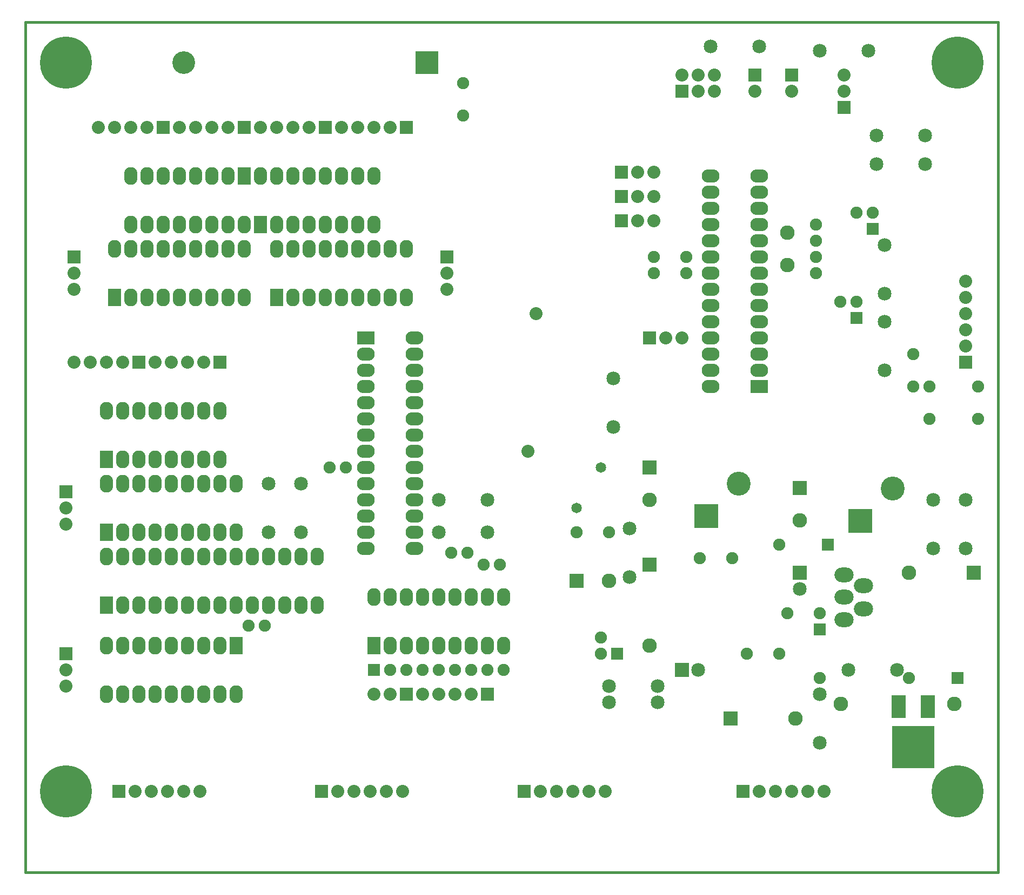
<source format=gbs>
G04 (created by PCBNEW-RS274X (2011-05-25)-stable) date Tue 07 Aug 2012 06:20:32 PM MDT*
G01*
G70*
G90*
%MOIN*%
G04 Gerber Fmt 3.4, Leading zero omitted, Abs format*
%FSLAX34Y34*%
G04 APERTURE LIST*
%ADD10C,0.006000*%
%ADD11C,0.015000*%
%ADD12C,0.080000*%
%ADD13R,0.140000X0.140000*%
%ADD14C,0.140000*%
%ADD15R,0.080000X0.080000*%
%ADD16O,0.110000X0.082000*%
%ADD17R,0.110000X0.082000*%
%ADD18O,0.082000X0.110000*%
%ADD19R,0.082000X0.110000*%
%ADD20C,0.090000*%
%ADD21R,0.090000X0.090000*%
%ADD22R,0.075000X0.075000*%
%ADD23C,0.075000*%
%ADD24R,0.085000X0.085000*%
%ADD25C,0.085000*%
%ADD26O,0.118400X0.090900*%
%ADD27C,0.320000*%
%ADD28R,0.085000X0.140000*%
%ADD29R,0.260000X0.260000*%
%ADD30R,0.147600X0.147600*%
%ADD31C,0.147600*%
%ADD32C,0.065000*%
G04 APERTURE END LIST*
G54D10*
G54D11*
X28250Y-64750D02*
X28250Y-62500D01*
X88250Y-64750D02*
X88250Y-62500D01*
X88250Y-61250D02*
X88250Y-62500D01*
X28250Y-62500D02*
X28250Y-60750D01*
X28250Y-12250D02*
X28250Y-62250D01*
X88250Y-12250D02*
X28250Y-12250D01*
X88250Y-62250D02*
X88250Y-12250D01*
X28250Y-64750D02*
X88250Y-64750D01*
G54D12*
X59250Y-38750D03*
G54D13*
X53000Y-14750D03*
G54D14*
X38000Y-14750D03*
G54D15*
X65000Y-23000D03*
G54D12*
X66000Y-23000D03*
X67000Y-23000D03*
G54D15*
X65000Y-24500D03*
G54D12*
X66000Y-24500D03*
X67000Y-24500D03*
G54D15*
X65000Y-21500D03*
G54D12*
X66000Y-21500D03*
X67000Y-21500D03*
G54D15*
X34000Y-59750D03*
G54D12*
X35000Y-59750D03*
X36000Y-59750D03*
X37000Y-59750D03*
X38000Y-59750D03*
X39000Y-59750D03*
G54D15*
X46500Y-59750D03*
G54D12*
X47500Y-59750D03*
X48500Y-59750D03*
X49500Y-59750D03*
X50500Y-59750D03*
X51500Y-59750D03*
G54D16*
X49250Y-32750D03*
X49250Y-33750D03*
X49250Y-34750D03*
X49250Y-35750D03*
X49250Y-36750D03*
X49250Y-37750D03*
X49250Y-38750D03*
X49250Y-39750D03*
X49250Y-40750D03*
X49250Y-41750D03*
X49250Y-42750D03*
X49250Y-43750D03*
X49250Y-44750D03*
G54D17*
X49250Y-31750D03*
G54D16*
X52250Y-44750D03*
X52250Y-43750D03*
X52250Y-42750D03*
X52250Y-41750D03*
X52250Y-40750D03*
X52250Y-39750D03*
X52250Y-38750D03*
X52250Y-37750D03*
X52250Y-36750D03*
X52250Y-35750D03*
X52250Y-34750D03*
X52250Y-33750D03*
X52250Y-32750D03*
X52250Y-31750D03*
G54D18*
X34250Y-48250D03*
X35250Y-48250D03*
X36250Y-48250D03*
X37250Y-48250D03*
X38250Y-48250D03*
X39250Y-48250D03*
X40250Y-48250D03*
X41250Y-48250D03*
X42250Y-48250D03*
X43250Y-48250D03*
X44250Y-48250D03*
X45250Y-48250D03*
X46250Y-48250D03*
G54D19*
X33250Y-48250D03*
G54D18*
X46250Y-45250D03*
X45250Y-45250D03*
X44250Y-45250D03*
X43250Y-45250D03*
X42250Y-45250D03*
X41250Y-45250D03*
X40250Y-45250D03*
X39250Y-45250D03*
X38250Y-45250D03*
X37250Y-45250D03*
X36250Y-45250D03*
X35250Y-45250D03*
X34250Y-45250D03*
X33250Y-45250D03*
G54D19*
X49750Y-50750D03*
G54D18*
X50750Y-50750D03*
X51750Y-50750D03*
X52750Y-50750D03*
X53750Y-50750D03*
X54750Y-50750D03*
X55750Y-50750D03*
X56750Y-50750D03*
X57750Y-50750D03*
X57750Y-47750D03*
X56750Y-47750D03*
X55750Y-47750D03*
X54750Y-47750D03*
X53750Y-47750D03*
X52750Y-47750D03*
X51750Y-47750D03*
X50750Y-47750D03*
X49750Y-47750D03*
G54D20*
X82750Y-46250D03*
G54D21*
X86750Y-46250D03*
G54D22*
X85750Y-52750D03*
G54D23*
X82750Y-52750D03*
X69000Y-26750D03*
X67000Y-26750D03*
X74750Y-51250D03*
X72750Y-51250D03*
X55250Y-18000D03*
X55250Y-16000D03*
X77000Y-26750D03*
X77000Y-27750D03*
X69850Y-45350D03*
X71850Y-45350D03*
X77000Y-25750D03*
X77000Y-24750D03*
G54D15*
X59000Y-59750D03*
G54D12*
X60000Y-59750D03*
X61000Y-59750D03*
X62000Y-59750D03*
X63000Y-59750D03*
X64000Y-59750D03*
G54D21*
X66750Y-39750D03*
G54D20*
X66750Y-41750D03*
G54D23*
X83000Y-34750D03*
X83000Y-32750D03*
G54D20*
X66750Y-50750D03*
G54D21*
X66750Y-45750D03*
G54D20*
X75750Y-55250D03*
G54D21*
X71750Y-55250D03*
G54D22*
X77250Y-49750D03*
G54D23*
X77250Y-52750D03*
G54D22*
X77750Y-44500D03*
G54D23*
X74750Y-44500D03*
G54D15*
X72500Y-59750D03*
G54D12*
X73500Y-59750D03*
X74500Y-59750D03*
X75500Y-59750D03*
X76500Y-59750D03*
X77500Y-59750D03*
G54D16*
X73500Y-33750D03*
X73500Y-32750D03*
X73500Y-31750D03*
X73500Y-30750D03*
X73500Y-29750D03*
X73500Y-28750D03*
X73500Y-27750D03*
X73500Y-26750D03*
X73500Y-25750D03*
X73500Y-24750D03*
X73500Y-23750D03*
X73500Y-22750D03*
X73500Y-21750D03*
G54D17*
X73500Y-34750D03*
G54D16*
X70500Y-21750D03*
X70500Y-22750D03*
X70500Y-23750D03*
X70500Y-24750D03*
X70500Y-25750D03*
X70500Y-26750D03*
X70500Y-27750D03*
X70500Y-28750D03*
X70500Y-29750D03*
X70500Y-30750D03*
X70500Y-31750D03*
X70500Y-32750D03*
X70500Y-33750D03*
X70500Y-34750D03*
G54D15*
X68750Y-16500D03*
G54D12*
X68750Y-15500D03*
X69750Y-16500D03*
X69750Y-15500D03*
X70750Y-16500D03*
X70750Y-15500D03*
G54D23*
X87000Y-34750D03*
X87000Y-36750D03*
X84000Y-34750D03*
X84000Y-36750D03*
G54D24*
X68750Y-52250D03*
G54D25*
X69750Y-52250D03*
G54D21*
X62250Y-46750D03*
G54D20*
X64250Y-46750D03*
G54D23*
X64250Y-43750D03*
X62250Y-43750D03*
G54D21*
X76000Y-41000D03*
G54D20*
X76000Y-43000D03*
G54D24*
X76000Y-46250D03*
G54D25*
X76000Y-47250D03*
G54D23*
X75250Y-48750D03*
X77250Y-48750D03*
X67000Y-27750D03*
X69000Y-27750D03*
G54D25*
X67250Y-54250D03*
X64250Y-54250D03*
X64250Y-53250D03*
X67250Y-53250D03*
X86250Y-41750D03*
X86250Y-44750D03*
X84250Y-44750D03*
X84250Y-41750D03*
X45250Y-43750D03*
X45250Y-40750D03*
X70500Y-13750D03*
X73500Y-13750D03*
G54D22*
X64750Y-51250D03*
G54D23*
X63750Y-51250D03*
X63750Y-50250D03*
G54D20*
X75250Y-25250D03*
X75250Y-27250D03*
G54D19*
X43750Y-29250D03*
G54D18*
X44750Y-29250D03*
X45750Y-29250D03*
X46750Y-29250D03*
X47750Y-29250D03*
X48750Y-29250D03*
X49750Y-29250D03*
X50750Y-29250D03*
X51750Y-29250D03*
X51750Y-26250D03*
X50750Y-26250D03*
X49750Y-26250D03*
X48750Y-26250D03*
X47750Y-26250D03*
X46750Y-26250D03*
X45750Y-26250D03*
X44750Y-26250D03*
X43750Y-26250D03*
G54D19*
X33750Y-29250D03*
G54D18*
X34750Y-29250D03*
X35750Y-29250D03*
X36750Y-29250D03*
X37750Y-29250D03*
X38750Y-29250D03*
X39750Y-29250D03*
X40750Y-29250D03*
X41750Y-29250D03*
X41750Y-26250D03*
X40750Y-26250D03*
X39750Y-26250D03*
X38750Y-26250D03*
X37750Y-26250D03*
X36750Y-26250D03*
X35750Y-26250D03*
X34750Y-26250D03*
X33750Y-26250D03*
G54D19*
X33250Y-43750D03*
G54D18*
X34250Y-43750D03*
X35250Y-43750D03*
X36250Y-43750D03*
X37250Y-43750D03*
X38250Y-43750D03*
X39250Y-43750D03*
X40250Y-43750D03*
X41250Y-43750D03*
X41250Y-40750D03*
X40250Y-40750D03*
X39250Y-40750D03*
X38250Y-40750D03*
X37250Y-40750D03*
X36250Y-40750D03*
X35250Y-40750D03*
X34250Y-40750D03*
X33250Y-40750D03*
G54D19*
X41250Y-50750D03*
G54D18*
X40250Y-50750D03*
X39250Y-50750D03*
X38250Y-50750D03*
X37250Y-50750D03*
X36250Y-50750D03*
X35250Y-50750D03*
X34250Y-50750D03*
X33250Y-50750D03*
X33250Y-53750D03*
X34250Y-53750D03*
X35250Y-53750D03*
X36250Y-53750D03*
X37250Y-53750D03*
X38250Y-53750D03*
X39250Y-53750D03*
X40250Y-53750D03*
X41250Y-53750D03*
G54D25*
X83750Y-21000D03*
X80750Y-21000D03*
X83750Y-19250D03*
X80750Y-19250D03*
X53750Y-43750D03*
X56750Y-43750D03*
G54D19*
X41750Y-21750D03*
G54D18*
X40750Y-21750D03*
X39750Y-21750D03*
X38750Y-21750D03*
X37750Y-21750D03*
X36750Y-21750D03*
X35750Y-21750D03*
X34750Y-21750D03*
X34750Y-24750D03*
X35750Y-24750D03*
X36750Y-24750D03*
X37750Y-24750D03*
X38750Y-24750D03*
X39750Y-24750D03*
X40750Y-24750D03*
X41750Y-24750D03*
G54D19*
X42750Y-24750D03*
G54D18*
X43750Y-24750D03*
X44750Y-24750D03*
X45750Y-24750D03*
X46750Y-24750D03*
X47750Y-24750D03*
X48750Y-24750D03*
X49750Y-24750D03*
X49750Y-21750D03*
X48750Y-21750D03*
X47750Y-21750D03*
X46750Y-21750D03*
X45750Y-21750D03*
X44750Y-21750D03*
X43750Y-21750D03*
X42750Y-21750D03*
G54D15*
X86250Y-33250D03*
G54D12*
X86250Y-32250D03*
X86250Y-31250D03*
X86250Y-30250D03*
X86250Y-29250D03*
X86250Y-28250D03*
G54D26*
X78754Y-47750D03*
X78754Y-46372D03*
X78754Y-49128D03*
X79935Y-48459D03*
X79935Y-47041D03*
G54D27*
X30750Y-14750D03*
X85750Y-14750D03*
X30750Y-59750D03*
X85750Y-59750D03*
G54D22*
X49750Y-52250D03*
G54D23*
X50750Y-52250D03*
X51750Y-52250D03*
X52750Y-52250D03*
X53750Y-52250D03*
X54750Y-52250D03*
X55750Y-52250D03*
X56750Y-52250D03*
X57750Y-52250D03*
G54D25*
X81250Y-29000D03*
X81250Y-26000D03*
X81250Y-30750D03*
X81250Y-33750D03*
X53750Y-41750D03*
X56750Y-41750D03*
X43250Y-43750D03*
X43250Y-40750D03*
G54D15*
X51750Y-53750D03*
G54D12*
X50750Y-53750D03*
X49750Y-53750D03*
G54D15*
X54250Y-26750D03*
G54D12*
X54250Y-27750D03*
X54250Y-28750D03*
G54D15*
X31250Y-26750D03*
G54D12*
X31250Y-27750D03*
X31250Y-28750D03*
G54D15*
X30750Y-41250D03*
G54D12*
X30750Y-42250D03*
X30750Y-43250D03*
G54D15*
X30750Y-51250D03*
G54D12*
X30750Y-52250D03*
X30750Y-53250D03*
G54D19*
X33250Y-39250D03*
G54D18*
X34250Y-39250D03*
X35250Y-39250D03*
X36250Y-39250D03*
X37250Y-39250D03*
X38250Y-39250D03*
X39250Y-39250D03*
X40250Y-39250D03*
X40250Y-36250D03*
X39250Y-36250D03*
X38250Y-36250D03*
X37250Y-36250D03*
X36250Y-36250D03*
X35250Y-36250D03*
X34250Y-36250D03*
X33250Y-36250D03*
G54D15*
X41750Y-18750D03*
G54D12*
X40750Y-18750D03*
X39750Y-18750D03*
X38750Y-18750D03*
X37750Y-18750D03*
G54D15*
X51750Y-18750D03*
G54D12*
X50750Y-18750D03*
X49750Y-18750D03*
X48750Y-18750D03*
X47750Y-18750D03*
G54D15*
X56750Y-53750D03*
G54D12*
X55750Y-53750D03*
X54750Y-53750D03*
X53750Y-53750D03*
X52750Y-53750D03*
G54D15*
X40250Y-33250D03*
G54D12*
X39250Y-33250D03*
X38250Y-33250D03*
X37250Y-33250D03*
X36250Y-33250D03*
G54D22*
X79500Y-30500D03*
G54D23*
X79500Y-29500D03*
X78500Y-29500D03*
G54D22*
X80500Y-25000D03*
G54D23*
X80500Y-24000D03*
X79500Y-24000D03*
G54D15*
X75500Y-15500D03*
G54D12*
X75500Y-16500D03*
G54D15*
X73250Y-15500D03*
G54D12*
X73250Y-16500D03*
G54D15*
X36750Y-18750D03*
G54D12*
X35750Y-18750D03*
X34750Y-18750D03*
X33750Y-18750D03*
X32750Y-18750D03*
G54D15*
X46750Y-18750D03*
G54D12*
X45750Y-18750D03*
X44750Y-18750D03*
X43750Y-18750D03*
X42750Y-18750D03*
G54D15*
X35250Y-33250D03*
G54D12*
X34250Y-33250D03*
X33250Y-33250D03*
X32250Y-33250D03*
X31250Y-33250D03*
G54D25*
X77250Y-14000D03*
X80250Y-14000D03*
G54D15*
X66750Y-31750D03*
G54D12*
X67750Y-31750D03*
X68750Y-31750D03*
G54D15*
X78750Y-17500D03*
G54D12*
X78750Y-16500D03*
X78750Y-15500D03*
G54D28*
X82100Y-54500D03*
G54D29*
X83000Y-57000D03*
G54D28*
X83900Y-54500D03*
G54D20*
X78550Y-54350D03*
X85550Y-54350D03*
G54D30*
X70250Y-42750D03*
G54D31*
X72250Y-40750D03*
G54D30*
X79750Y-43050D03*
G54D31*
X81750Y-41050D03*
G54D23*
X42000Y-49500D03*
X43000Y-49500D03*
X48000Y-39750D03*
X47000Y-39750D03*
X54500Y-45000D03*
X55500Y-45000D03*
X56500Y-45750D03*
X57500Y-45750D03*
G54D25*
X79000Y-52250D03*
X82000Y-52250D03*
G54D32*
X63750Y-39750D03*
X62250Y-42250D03*
G54D25*
X65500Y-46500D03*
X65500Y-43500D03*
X64500Y-34250D03*
X64500Y-37250D03*
X77250Y-53750D03*
X77250Y-56750D03*
G54D12*
X59750Y-30250D03*
M02*

</source>
